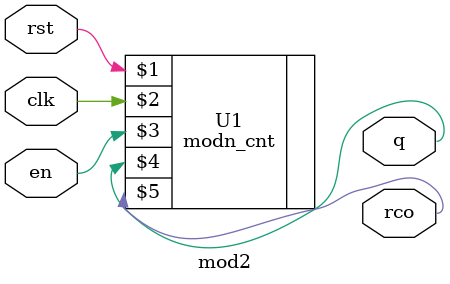
<source format=v>
module mod2 (rst, clk, en, q, rco);

input wire clk, en, rst;
output wire  q;
output wire rco;


modn_cnt #(1, 2) U1 (rst, clk, en, q, rco); // mod2

endmodule



</source>
